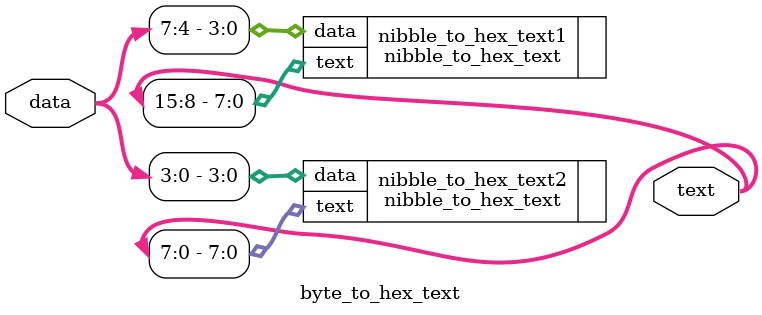
<source format=v>
module byte_to_hex_text (
   input  [7:0] data,
   output [15:0] text
);

nibble_to_hex_text nibble_to_hex_text1(
    .data(data[7:4]),
    .text(text[15:8])
);

nibble_to_hex_text nibble_to_hex_text2(
    .data(data[3:0]),
    .text(text[7:0])
);

endmodule
</source>
